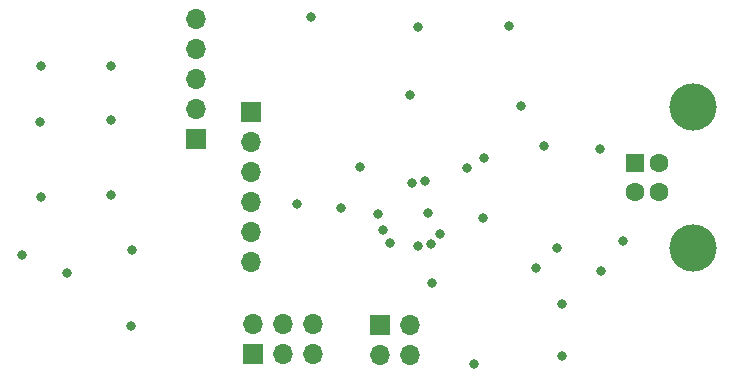
<source format=gbr>
%TF.GenerationSoftware,KiCad,Pcbnew,9.0.6+1*%
%TF.CreationDate,2025-12-12T14:19:15+00:00*%
%TF.ProjectId,KDT_Hierarchical_KiBot,4b44545f-4869-4657-9261-726368696361,0.1.7*%
%TF.SameCoordinates,Original*%
%TF.FileFunction,Copper,L3,Inr*%
%TF.FilePolarity,Positive*%
%FSLAX46Y46*%
G04 Gerber Fmt 4.6, Leading zero omitted, Abs format (unit mm)*
G04 Created by KiCad (PCBNEW 9.0.6+1) date 2025-12-12 14:19:15*
%MOMM*%
%LPD*%
G01*
G04 APERTURE LIST*
%TA.AperFunction,ComponentPad*%
%ADD10R,1.700000X1.700000*%
%TD*%
%TA.AperFunction,ComponentPad*%
%ADD11O,1.700000X1.700000*%
%TD*%
%TA.AperFunction,ComponentPad*%
%ADD12R,1.600000X1.600000*%
%TD*%
%TA.AperFunction,ComponentPad*%
%ADD13C,1.600000*%
%TD*%
%TA.AperFunction,ComponentPad*%
%ADD14C,4.000000*%
%TD*%
%TA.AperFunction,ViaPad*%
%ADD15C,0.800000*%
%TD*%
G04 APERTURE END LIST*
D10*
%TO.N,Net-(J3-Pin_1)*%
%TO.C,J3*%
X130773600Y-85194800D03*
D11*
%TO.N,Net-(J3-Pin_2)*%
X130773600Y-82654800D03*
%TO.N,Net-(J3-Pin_3)*%
X130773600Y-80114800D03*
%TO.N,Net-(J3-Pin_4)*%
X130773600Y-77574800D03*
%TO.N,Net-(J3-Pin_5)*%
X130773600Y-75034800D03*
%TD*%
D10*
%TO.N,Net-(J6-Pin_1)*%
%TO.C,J6*%
X135443600Y-82910800D03*
D11*
%TO.N,Net-(J6-Pin_2)*%
X135443600Y-85450800D03*
%TO.N,Net-(J6-Pin_3)*%
X135443600Y-87990800D03*
%TO.N,Net-(J6-Pin_4)*%
X135443600Y-90530800D03*
%TO.N,Net-(J6-Pin_5)*%
X135443600Y-93070800D03*
%TO.N,Net-(J6-Pin_6)*%
X135443600Y-95610800D03*
%TD*%
D12*
%TO.N,Net-(J2-VBUS)*%
%TO.C,J2*%
X167955600Y-87228800D03*
D13*
%TO.N,Net-(J2-D-)*%
X167955600Y-89728800D03*
%TO.N,Net-(J2-D+)*%
X169955600Y-89728800D03*
%TO.N,Earth*%
X169955600Y-87228800D03*
D14*
%TO.N,Net-(J2-Shield)*%
X172815600Y-82478800D03*
X172815600Y-94478800D03*
%TD*%
D10*
%TO.N,/MISO2*%
%TO.C,J5*%
X135596000Y-103459400D03*
D11*
%TO.N,+5V*%
X135596000Y-100919400D03*
%TO.N,/SCK2*%
X138136000Y-103459400D03*
%TO.N,/MOSI2*%
X138136000Y-100919400D03*
%TO.N,/RESET2*%
X140676000Y-103459400D03*
%TO.N,GND*%
X140676000Y-100919400D03*
%TD*%
D10*
%TO.N,Net-(J4-Pin_1)*%
%TO.C,J4*%
X146365600Y-100944800D03*
D11*
%TO.N,Net-(J4-Pin_2)*%
X148905600Y-100944800D03*
%TO.N,Net-(J4-Pin_3)*%
X146365600Y-103484800D03*
%TO.N,Net-(J4-Pin_4)*%
X148905600Y-103484800D03*
%TD*%
D15*
%TO.N,GND*%
X150150200Y-88752800D03*
X158303600Y-82453600D03*
X123556400Y-79075400D03*
X117562000Y-83825200D03*
X139304400Y-90759400D03*
X117587400Y-79024600D03*
X119822600Y-96601400D03*
X161732600Y-103637200D03*
X125283600Y-101046400D03*
X123581800Y-83647400D03*
X148829400Y-81488400D03*
%TO.N,Net-(J2-Shield)*%
X166863400Y-93832800D03*
X164933000Y-86111200D03*
X165034600Y-96372800D03*
%TO.N,+5V*%
X153655400Y-87660600D03*
X117612800Y-90099000D03*
X154315800Y-104297600D03*
X123581800Y-89997400D03*
X140498200Y-74935200D03*
X125309000Y-94594800D03*
X116038000Y-95026600D03*
X149007200Y-88981400D03*
%TO.N,Net-(U1-XTAL1)*%
X157236800Y-75697200D03*
%TO.N,Net-(U1-PC0{slash}XTAL2)*%
X149515200Y-75773400D03*
%TO.N,Earth*%
X155027000Y-91927800D03*
X155154000Y-86847800D03*
X161351600Y-94467800D03*
X161707200Y-99217600D03*
X159522800Y-96144200D03*
%TO.N,VBUS*%
X160208600Y-85857200D03*
%TO.N,Net-(J3-Pin_4)*%
X151369400Y-93248600D03*
%TO.N,Net-(J3-Pin_3)*%
X150632800Y-94086800D03*
%TO.N,Net-(J3-Pin_2)*%
X150759800Y-97388800D03*
%TO.N,Net-(J3-Pin_1)*%
X149540600Y-94290000D03*
%TO.N,Net-(J6-Pin_3)*%
X144613000Y-87584400D03*
%TO.N,Net-(J6-Pin_5)*%
X146543400Y-92918400D03*
%TO.N,Net-(J6-Pin_6)*%
X147153000Y-94010600D03*
%TO.N,Net-(J6-Pin_4)*%
X146162700Y-91546800D03*
%TO.N,Net-(J6-Pin_2)*%
X143068711Y-91084489D03*
%TO.N,Net-(U1-D-)*%
X150429600Y-91470602D03*
%TD*%
M02*

</source>
